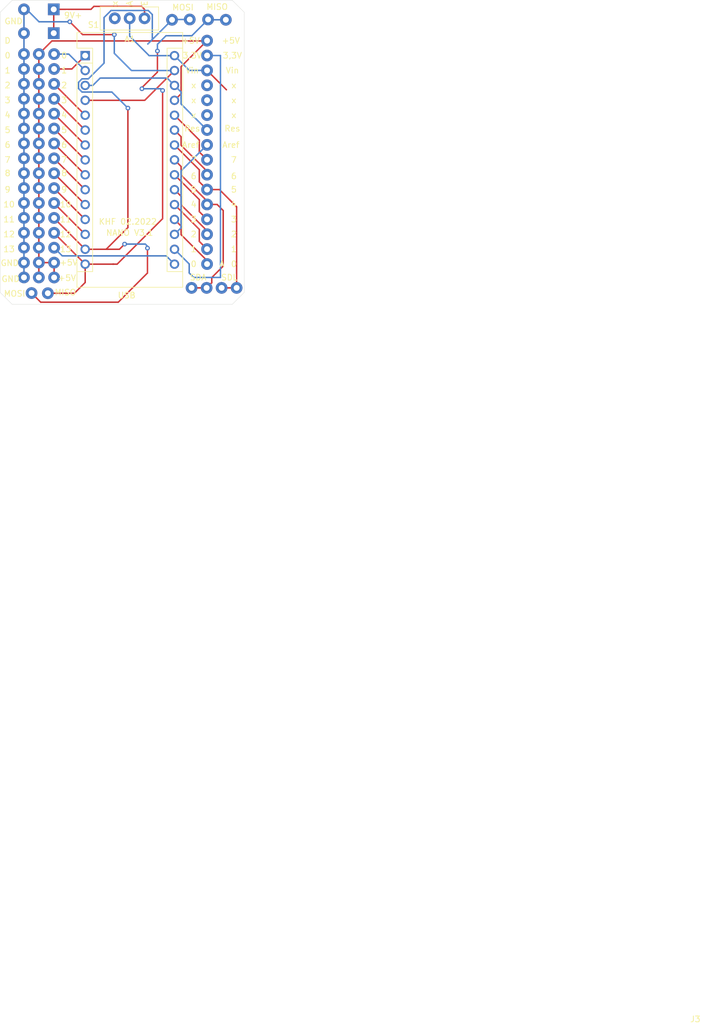
<source format=kicad_pcb>
(kicad_pcb (version 20221018) (generator pcbnew)
  (layers (0 "F.Cu" signal) (31 "B.Cu" signal) (34 "B.Paste" user) (35 "F.Paste" user) (36 "B.SilkS" user "B.Silkscreen") (37 "F.SilkS" user "F.Silkscreen") (38 "B.Mask" user) (39 "F.Mask" user) (44 "Edge.Cuts" user))
  (net 0 "")
  (net 1 "Net-(A1-Pad1)")
  (net 2 "Net-(A1-Pad17)")
  (net 3 "Net-(A1-Pad2)")
  (net 4 "Net-(A1-Pad18)")
  (net 5 "Net-(A1-Pad28)")
  (net 6 "Net-(A1-Pad19)")
  (net 7 "Net-(A1-Pad29)")
  (net 8 "Net-(A1-Pad20)")
  (net 9 "Net-(A1-Pad5)")
  (net 10 "Net-(A1-Pad21)")
  (net 11 "Net-(A1-Pad6)")
  (net 12 "Net-(A1-Pad22)")
  (net 13 "Net-(A1-Pad7)")
  (net 14 "Net-(A1-Pad23)")
  (net 15 "Net-(A1-Pad8)")
  (net 16 "Net-(A1-Pad24)")
  (net 17 "Net-(A1-Pad9)")
  (net 18 "Net-(A1-Pad25)")
  (net 19 "Net-(A1-Pad10)")
  (net 20 "Net-(A1-Pad26)")
  (net 21 "Net-(A1-Pad11)")
  (net 22 "Net-(A1-Pad27)")
  (net 23 "Net-(A1-Pad12)")
  (net 24 "Net-(A1-Pad13)")
  (net 25 "Net-(A1-Pad14)")
  (net 26 "Net-(A1-Pad30)")
  (net 27 "Net-(A1-Pad15)")
  (net 28 "Net-(A1-Pad16)")
  (net 29 "Net-(J4-Pad11)")
  (net 30 "Net-(J4-Pad12)")
  (net 31 "Net-(J4-Pad13)")
  (net 32 "Net-(S1-Pad1)")
  (net 33 "Net-(S1-Pad3)")
  (footprint "Module:Arduino_Nano" (layer "F.Cu") (at 121.951001 312.695001)
    (fp_text reference "A1" (at 7.62 -2.815001) (layer "F.SilkS"))
    (fp_text value "Arduino_Nano_v3.x")
    (fp_line (start -1.4 -3.94) (end -1.4 -1.27) (stroke (width 0.12)) (layer "F.SilkS"))
    (fp_line (start -1.4 1.27) (end -1.4 39.5) (stroke (width 0.12)) (layer "F.SilkS"))
    (fp_line (start -1.4 39.5) (end 16.64 39.5) (stroke (width 0.12)) (layer "F.SilkS"))
    (fp_line (start 1.27 -1.27) (end -1.4 -1.27) (stroke (width 0.12)) (layer "F.SilkS"))
    (fp_line (start 1.27 1.27) (end -1.4 1.27) (stroke (width 0.12)) (layer "F.SilkS"))
    (fp_line (start 1.27 1.27) (end 1.27 -1.27) (stroke (width 0.12)) (layer "F.SilkS"))
    (fp_line (start 1.27 1.27) (end 1.27 36.83) (stroke (width 0.12)) (layer "F.SilkS"))
    (fp_line (start 1.27 36.83) (end -1.4 36.83) (stroke (width 0.12)) (layer "F.SilkS"))
    (fp_line (start 13.97 -1.27) (end 13.97 36.83) (stroke (width 0.12)) (layer "F.SilkS"))
    (fp_line (start 13.97 -1.27) (end 16.64 -1.27) (stroke (width 0.12)) (layer "F.SilkS"))
    (fp_line (start 13.97 36.83) (end 16.64 36.83) (stroke (width 0.12)) (layer "F.SilkS"))
    (fp_line (start 16.64 -3.94) (end -1.4 -3.94) (stroke (width 0.12)) (layer "F.SilkS"))
    (fp_line (start 16.64 39.5) (end 16.64 -3.94) (stroke (width 0.12)) (layer "F.SilkS"))
    (pad "1" thru_hole rect (at 0 0) (size 1.6 1.6) (drill 1) (layers "*.Cu" "*.Mask") (net 1 "Net-(A1-Pad1)"))
    (pad "2" thru_hole oval (at 0 2.54) (size 1.6 1.6) (drill 1) (layers "*.Cu" "*.Mask") (net 3 "Net-(A1-Pad2)"))
    (pad "3" thru_hole oval (at 0 5.08) (size 1.6 1.6) (drill 1) (layers "*.Cu" "*.Mask") (net 5 "Net-(A1-Pad28)"))
    (pad "4" thru_hole oval (at 0 7.62) (size 1.6 1.6) (drill 1) (layers "*.Cu" "*.Mask") (net 7 "Net-(A1-Pad29)"))
    (pad "5" thru_hole oval (at 0 10.16) (size 1.6 1.6) (drill 1) (layers "*.Cu" "*.Mask") (net 9 "Net-(A1-Pad5)"))
    (pad "6" thru_hole oval (at 0 12.7) (size 1.6 1.6) (drill 1) (layers "*.Cu" "*.Mask") (net 11 "Net-(A1-Pad6)"))
    (pad "7" thru_hole oval (at 0 15.24) (size 1.6 1.6) (drill 1) (layers "*.Cu" "*.Mask") (net 13 "Net-(A1-Pad7)"))
    (pad "8" thru_hole oval (at 0 17.78) (size 1.6 1.6) (drill 1) (layers "*.Cu" "*.Mask") (net 15 "Net-(A1-Pad8)"))
    (pad "9" thru_hole oval (at 0 20.32) (size 1.6 1.6) (drill 1) (layers "*.Cu" "*.Mask") (net 17 "Net-(A1-Pad9)"))
    (pad "10" thru_hole oval (at 0 22.86) (size 1.6 1.6) (drill 1) (layers "*.Cu" "*.Mask") (net 19 "Net-(A1-Pad10)"))
    (pad "11" thru_hole oval (at 0 25.4) (size 1.6 1.6) (drill 1) (layers "*.Cu" "*.Mask") (net 21 "Net-(A1-Pad11)"))
    (pad "12" thru_hole oval (at 0 27.94) (size 1.6 1.6) (drill 1) (layers "*.Cu" "*.Mask") (net 23 "Net-(A1-Pad12)"))
    (pad "13" thru_hole oval (at 0 30.48) (size 1.6 1.6) (drill 1) (layers "*.Cu" "*.Mask") (net 24 "Net-(A1-Pad13)"))
    (pad "14" thru_hole oval (at 0 33.02) (size 1.6 1.6) (drill 1) (layers "*.Cu" "*.Mask") (net 25 "Net-(A1-Pad14)"))
    (pad "15" thru_hole oval (at 0 35.56) (size 1.6 1.6) (drill 1) (layers "*.Cu" "*.Mask") (net 27 "Net-(A1-Pad15)"))
    (pad "16" thru_hole oval (at 15.24 35.56) (size 1.6 1.6) (drill 1) (layers "*.Cu" "*.Mask") (net 28 "Net-(A1-Pad16)"))
    (pad "17" thru_hole oval (at 15.24 33.02) (size 1.6 1.6) (drill 1) (layers "*.Cu" "*.Mask") (net 2 "Net-(A1-Pad17)"))
    (pad "18" thru_hole oval (at 15.24 30.48) (size 1.6 1.6) (drill 1) (layers "*.Cu" "*.Mask") (net 4 "Net-(A1-Pad18)"))
    (pad "19" thru_hole oval (at 15.24 27.94) (size 1.6 1.6) (drill 1) (layers "*.Cu" "*.Mask") (net 6 "Net-(A1-Pad19)"))
    (pad "20" thru_hole oval (at 15.24 25.4) (size 1.6 1.6) (drill 1) (layers "*.Cu" "*.Mask") (net 8 "Net-(A1-Pad20)"))
    (pad "21" thru_hole oval (at 15.24 22.86) (size 1.6 1.6) (drill 1) (layers "*.Cu" "*.Mask") (net 10 "Net-(A1-Pad21)"))
    (pad "22" thru_hole oval (at 15.24 20.32) (size 1.6 1.6) (drill 1) (layers "*.Cu" "*.Mask") (net 12 "Net-(A1-Pad22)"))
    (pad "23" thru_hole oval (at 15.24 17.78) (size 1.6 1.6) (drill 1) (layers "*.Cu" "*.Mask") (net 14 "Net-(A1-Pad23)"))
    (pad "24" thru_hole oval (at 15.24 15.24) (size 1.6 1.6) (drill 1) (layers "*.Cu" "*.Mask") (net 16 "Net-(A1-Pad24)"))
    (pad "25" thru_hole oval (at 15.24 12.7) (size 1.6 1.6) (drill 1) (layers "*.Cu" "*.Mask") (net 18 "Net-(A1-Pad25)"))
    (pad "26" thru_hole oval (at 15.24 10.16) (size 1.6 1.6) (drill 1) (layers "*.Cu" "*.Mask") (net 20 "Net-(A1-Pad26)"))
    (pad "27" thru_hole oval (at 15.24 7.62) (size 1.6 1.6) (drill 1) (layers "*.Cu" "*.Mask") (net 22 "Net-(A1-Pad27)"))
    (pad "28" thru_hole oval (at 15.24 5.08) (size 1.6 1.6) (drill 1) (layers "*.Cu" "*.Mask") (net 5 "Net-(A1-Pad28)"))
    (pad "29" thru_hole oval (at 15.24 2.54) (size 1.6 1.6) (drill 1) (layers "*.Cu" "*.Mask") (net 7 "Net-(A1-Pad29)"))
    (pad "30" thru_hole oval (at 15.24 0) (size 1.6 1.6) (drill 1) (layers "*.Cu" "*.Mask") (net 26 "Net-(A1-Pad30)"))
  )
  (footprint "KHF_LIB:NANO_Stift_16PIN" (layer "F.Cu") (at 114.046 312.42 -90)
    (fp_text reference "J2")
    (fp_text value "NANO16PINStiftleiste")
    (pad "1" thru_hole circle (at 0 0 270) (size 2 2) (drill 1) (layers "*.Cu" "*.Mask") (net 22 "Net-(A1-Pad27)"))
    (pad "2" thru_hole circle (at 2.54 0 270) (size 2 2) (drill 1) (layers "*.Cu" "*.Mask") (net 22 "Net-(A1-Pad27)"))
    (pad "3" thru_hole circle (at 5.08 0 270) (size 2 2) (drill 1) (layers "*.Cu" "*.Mask") (net 22 "Net-(A1-Pad27)"))
    (pad "4" thru_hole circle (at 7.62 0 270) (size 2 2) (drill 1) (layers "*.Cu" "*.Mask") (net 22 "Net-(A1-Pad27)"))
    (pad "5" thru_hole circle (at 10.16 0 270) (size 2 2) (drill 1) (layers "*.Cu" "*.Mask") (net 22 "Net-(A1-Pad27)"))
    (pad "6" thru_hole circle (at 12.7 0 270) (size 2 2) (drill 1) (layers "*.Cu" "*.Mask") (net 22 "Net-(A1-Pad27)"))
    (pad "7" thru_hole circle (at 15.24 0 270) (size 2 2) (drill 1) (layers "*.Cu" "*.Mask") (net 22 "Net-(A1-Pad27)"))
    (pad "8" thru_hole circle (at 17.78 0 270) (size 2 2) (drill 1) (layers "*.Cu" "*.Mask") (net 22 "Net-(A1-Pad27)"))
    (pad "9" thru_hole circle (at 20.32 0 270) (size 2 2) (drill 1) (layers "*.Cu" "*.Mask") (net 22 "Net-(A1-Pad27)"))
    (pad "10" thru_hole circle (at 22.86 0 270) (size 2 2) (drill 1) (layers "*.Cu" "*.Mask") (net 22 "Net-(A1-Pad27)"))
    (pad "11" thru_hole circle (at 25.4 0 270) (size 2 2) (drill 1) (layers "*.Cu" "*.Mask") (net 22 "Net-(A1-Pad27)"))
    (pad "12" thru_hole circle (at 27.94 0 270) (size 2 2) (drill 1) (layers "*.Cu" "*.Mask") (net 22 "Net-(A1-Pad27)"))
    (pad "13" thru_hole circle (at 30.48 0 270) (size 2 2) (drill 1) (layers "*.Cu" "*.Mask") (net 22 "Net-(A1-Pad27)"))
    (pad "14" thru_hole circle (at 33.02 0 270) (size 2 2) (drill 1) (layers "*.Cu" "*.Mask") (net 22 "Net-(A1-Pad27)"))
    (pad "15" thru_hole circle (at 35.56 0 270) (size 2 2) (drill 1) (layers "*.Cu" "*.Mask") (net 22 "Net-(A1-Pad27)"))
    (pad "16" thru_hole circle (at 38.1 0 270) (size 2 2) (drill 1) (layers "*.Cu" "*.Mask") (net 22 "Net-(A1-Pad27)"))
  )
  (footprint "KHF_LIB:NANO_Stift_16PIN" (layer "F.Cu") (at 116.65 312.43 -90)
    (fp_text reference "J3")
    (fp_text value "NANO16PINStiftleiste")
    (pad "1" thru_hole circle (at 0 0 270) (size 2 2) (drill 1) (layers "*.Cu" "*.Mask") (net 3 "Net-(A1-Pad2)"))
    (pad "2" thru_hole circle (at 2.54 0 270) (size 2 2) (drill 1) (layers "*.Cu" "*.Mask") (net 1 "Net-(A1-Pad1)"))
    (pad "3" thru_hole circle (at 5.08 0 270) (size 2 2) (drill 1) (layers "*.Cu" "*.Mask") (net 9 "Net-(A1-Pad5)"))
    (pad "4" thru_hole circle (at 7.62 0 270) (size 2 2) (drill 1) (layers "*.Cu" "*.Mask") (net 11 "Net-(A1-Pad6)"))
    (pad "5" thru_hole circle (at 10.16 0 270) (size 2 2) (drill 1) (layers "*.Cu" "*.Mask") (net 13 "Net-(A1-Pad7)"))
    (pad "6" thru_hole circle (at 12.7 0 270) (size 2 2) (drill 1) (layers "*.Cu" "*.Mask") (net 15 "Net-(A1-Pad8)"))
    (pad "7" thru_hole circle (at 15.24 0 270) (size 2 2) (drill 1) (layers "*.Cu" "*.Mask") (net 17 "Net-(A1-Pad9)"))
    (pad "8" thru_hole circle (at 17.78 0 270) (size 2 2) (drill 1) (layers "*.Cu" "*.Mask") (net 19 "Net-(A1-Pad10)"))
    (pad "9" thru_hole circle (at 20.32 0 270) (size 2 2) (drill 1) (layers "*.Cu" "*.Mask") (net 21 "Net-(A1-Pad11)"))
    (pad "10" thru_hole circle (at 22.86 0 270) (size 2 2) (drill 1) (layers "*.Cu" "*.Mask") (net 23 "Net-(A1-Pad12)"))
    (pad "11" thru_hole circle (at 25.4 0 270) (size 2 2) (drill 1) (layers "*.Cu" "*.Mask") (net 24 "Net-(A1-Pad13)"))
    (pad "12" thru_hole circle (at 27.94 0 270) (size 2 2) (drill 1) (layers "*.Cu" "*.Mask") (net 25 "Net-(A1-Pad14)"))
    (pad "13" thru_hole circle (at 30.48 0 270) (size 2 2) (drill 1) (layers "*.Cu" "*.Mask") (net 27 "Net-(A1-Pad15)"))
    (pad "14" thru_hole circle (at 33.02 0 270) (size 2 2) (drill 1) (layers "*.Cu" "*.Mask") (net 28 "Net-(A1-Pad16)"))
    (pad "15" thru_hole circle (at 35.56 0 270) (size 2 2) (drill 1) (layers "*.Cu" "*.Mask") (net 22 "Net-(A1-Pad27)"))
    (pad "16" thru_hole circle (at 38.1 0 270) (size 2 2) (drill 1) (layers "*.Cu" "*.Mask") (net 22 "Net-(A1-Pad27)"))
  )
  (footprint "KHF_LIB:NANO_Stift_16PIN" (layer "F.Cu") (at 142.748 348.234 90)
    (fp_text reference "J4")
    (fp_text value "NANO16PINStiftleiste")
    (pad "1" thru_hole circle (at 0 0 90) (size 2 2) (drill 1) (layers "*.Cu" "*.Mask") (net 6 "Net-(A1-Pad19)"))
    (pad "2" thru_hole circle (at 2.54 0 90) (size 2 2) (drill 1) (layers "*.Cu" "*.Mask") (net 8 "Net-(A1-Pad20)"))
    (pad "3" thru_hole circle (at 5.08 0 90) (size 2 2) (drill 1) (layers "*.Cu" "*.Mask") (net 10 "Net-(A1-Pad21)"))
    (pad "4" thru_hole circle (at 7.62 0 90) (size 2 2) (drill 1) (layers "*.Cu" "*.Mask") (net 12 "Net-(A1-Pad22)"))
    (pad "5" thru_hole circle (at 10.16 0 90) (size 2 2) (drill 1) (layers "*.Cu" "*.Mask") (net 14 "Net-(A1-Pad23)"))
    (pad "6" thru_hole circle (at 12.7 0 90) (size 2 2) (drill 1) (layers "*.Cu" "*.Mask") (net 16 "Net-(A1-Pad24)"))
    (pad "7" thru_hole circle (at 15.24 0 90) (size 2 2) (drill 1) (layers "*.Cu" "*.Mask") (net 18 "Net-(A1-Pad25)"))
    (pad "8" thru_hole circle (at 17.78 0 90) (size 2 2) (drill 1) (layers "*.Cu" "*.Mask") (net 20 "Net-(A1-Pad26)"))
    (pad "9" thru_hole circle (at 20.32 0 90) (size 2 2) (drill 1) (layers "*.Cu" "*.Mask") (net 4 "Net-(A1-Pad18)"))
    (pad "10" thru_hole circle (at 22.86 0 90) (size 2 2) (drill 1) (layers "*.Cu" "*.Mask") (net 5 "Net-(A1-Pad28)"))
    (pad "11" thru_hole circle (at 25.4 0 90) (size 2 2) (drill 1) (layers "*.Cu" "*.Mask") (net 29 "Net-(J4-Pad11)"))
    (pad "12" thru_hole circle (at 27.94 0 90) (size 2 2) (drill 1) (layers "*.Cu" "*.Mask") (net 30 "Net-(J4-Pad12)"))
    (pad "13" thru_hole circle (at 30.48 0 90) (size 2 2) (drill 1) (layers "*.Cu" "*.Mask") (net 31 "Net-(J4-Pad13)"))
    (pad "14" thru_hole circle (at 33.02 0 90) (size 2 2) (drill 1) (layers "*.Cu" "*.Mask") (net 26 "Net-(A1-Pad30)"))
    (pad "15" thru_hole circle (at 35.56 0 90) (size 2 2) (drill 1) (layers "*.Cu" "*.Mask") (net 2 "Net-(A1-Pad17)"))
    (pad "16" thru_hole circle (at 38.1 0 90) (size 2 2) (drill 1) (layers "*.Cu" "*.Mask") (net 22 "Net-(A1-Pad27)"))
  )
  (footprint "KHF_LIB:Micro_SchalterKHF" (layer "F.Cu") (at 132.08 306.324 180)
    (fp_text reference "S1" (at 8.7 -1.116) (layer "F.SilkS"))
    (fp_text value "Micro_Schalter")
    (fp_line (start -2.3876 -2.0066) (end 7.5692 -2.0066) (stroke (width 0.12)) (layer "F.SilkS"))
    (fp_line (start -2.3876 1.9304) (end -2.413 -2.0066) (stroke (width 0.12)) (layer "F.SilkS"))
    (fp_line (start 7.5692 -2.0066) (end 7.5692 1.9304) (stroke (width 0.12)) (layer "F.SilkS"))
    (fp_line (start 7.5692 1.9304) (end -2.3876 1.9304) (stroke (width 0.12)) (layer "F.SilkS"))
    (pad "1" thru_hole circle (at 0 0 180) (size 2 2) (drill 1) (layers "*.Cu" "*.Mask") (net 32 "Net-(S1-Pad1)"))
    (pad "2" thru_hole circle (at 2.54 0 180) (size 2 2) (drill 1) (layers "*.Cu" "*.Mask") (net 26 "Net-(A1-Pad30)"))
    (pad "3" thru_hole circle (at 5.08 0 180) (size 2 2) (drill 1) (layers "*.Cu" "*.Mask") (net 33 "Net-(S1-Pad3)"))
  )
  (footprint "KHF_LIB:9VBAT_khf" (layer "F.Cu") (at 111.506 304.8)
    (fp_text reference "GND" (at -1.778 2.032) (layer "F.SilkS"))
    (fp_text value "9VBat")
    (pad "1" thru_hole circle (at 0 0) (size 2 2) (drill 1) (layers "*.Cu" "*.Mask") (net 7 "Net-(A1-Pad29)"))
    (pad "2" thru_hole rect (at 5.08 0) (size 2 2) (drill 1) (layers "*.Cu" "*.Mask") (net 32 "Net-(S1-Pad1)"))
  )
  (footprint "KHF_LIB:NANO_Stift_16PIN" (layer "F.Cu") (at 111.506 350.52 90)
    (fp_text reference "J1")
    (fp_text value "NANO16PINStiftleiste")
    (pad "1" thru_hole circle (at 0 0 90) (size 2 2) (drill 1) (layers "*.Cu" "*.Mask") (net 7 "Net-(A1-Pad29)"))
    (pad "2" thru_hole circle (at 2.54 0 90) (size 2 2) (drill 1) (layers "*.Cu" "*.Mask") (net 7 "Net-(A1-Pad29)"))
    (pad "3" thru_hole circle (at 5.08 0 90) (size 2 2) (drill 1) (layers "*.Cu" "*.Mask") (net 7 "Net-(A1-Pad29)"))
    (pad "4" thru_hole circle (at 7.62 0 90) (size 2 2) (drill 1) (layers "*.Cu" "*.Mask") (net 7 "Net-(A1-Pad29)"))
    (pad "5" thru_hole circle (at 10.16 0 90) (size 2 2) (drill 1) (layers "*.Cu" "*.Mask") (net 7 "Net-(A1-Pad29)"))
    (pad "6" thru_hole circle (at 12.7 0 90) (size 2 2) (drill 1) (layers "*.Cu" "*.Mask") (net 7 "Net-(A1-Pad29)"))
    (pad "7" thru_hole circle (at 15.24 0 90) (size 2 2) (drill 1) (layers "*.Cu" "*.Mask") (net 7 "Net-(A1-Pad29)"))
    (pad "8" thru_hole circle (at 17.78 0 90) (size 2 2) (drill 1) (layers "*.Cu" "*.Mask") (net 7 "Net-(A1-Pad29)"))
    (pad "9" thru_hole circle (at 20.32 0 90) (size 2 2) (drill 1) (layers "*.Cu" "*.Mask") (net 7 "Net-(A1-Pad29)"))
    (pad "10" thru_hole circle (at 22.86 0 90) (size 2 2) (drill 1) (layers "*.Cu" "*.Mask") (net 7 "Net-(A1-Pad29)"))
    (pad "11" thru_hole circle (at 25.4 0 90) (size 2 2) (drill 1) (layers "*.Cu" "*.Mask") (net 7 "Net-(A1-Pad29)"))
    (pad "12" thru_hole circle (at 27.94 0 90) (size 2 2) (drill 1) (layers "*.Cu" "*.Mask") (net 7 "Net-(A1-Pad29)"))
    (pad "13" thru_hole circle (at 30.48 0 90) (size 2 2) (drill 1) (layers "*.Cu" "*.Mask") (net 7 "Net-(A1-Pad29)"))
    (pad "14" thru_hole circle (at 33.02 0 90) (size 2 2) (drill 1) (layers "*.Cu" "*.Mask") (net 7 "Net-(A1-Pad29)"))
    (pad "15" thru_hole circle (at 35.56 0 90) (size 2 2) (drill 1) (layers "*.Cu" "*.Mask") (net 7 "Net-(A1-Pad29)"))
    (pad "16" thru_hole circle (at 38.1 0 90) (size 2 2) (drill 1) (layers "*.Cu" "*.Mask") (net 7 "Net-(A1-Pad29)"))
  )
  (footprint "KHF_LIB:9VBAT_khf" (layer "F.Cu") (at 111.506 308.864)
    (fp_text reference "GND")
    (fp_text value "9VBat")
    (pad "1" thru_hole circle (at 0 0) (size 2 2) (drill 1) (layers "*.Cu" "*.Mask") (net 7 "Net-(A1-Pad29)"))
    (pad "2" thru_hole rect (at 5.08 0) (size 2 2) (drill 1) (layers "*.Cu" "*.Mask") (net 32 "Net-(S1-Pad1)"))
  )
  (footprint "!Goody:LP" (layer "F.Cu") (at 137.31 305.93)
    (fp_text reference "MOSI" (at 1.33 -1.46) (layer "F.SilkS"))
    (fp_text value "LP")
    (pad "1" thru_hole circle (at -0.54 0.65) (size 2 2) (drill 1) (layers "*.Cu" "*.Mask") (net 25 "Net-(A1-Pad14)"))
  )
  (footprint "!Goody:LP" (layer "F.Cu") (at 145.77 351.648)
    (fp_text reference "SDL" (at 0.788 -1.128) (layer "F.SilkS"))
    (fp_text value "LP")
    (pad "1" thru_hole circle (at -0.54 0.65) (size 2 2) (drill 1) (layers "*.Cu" "*.Mask") (net 16 "Net-(A1-Pad24)"))
  )
  (footprint "!Goody:LP" (layer "F.Cu") (at 116.12 352.56)
    (fp_text reference "MISO" (at 2.45 0.51) (layer "F.SilkS"))
    (fp_text value "LP")
    (pad "1" thru_hole circle (at -0.54 0.65) (size 2 2) (drill 1) (layers "*.Cu" "*.Mask") (net 27 "Net-(A1-Pad15)"))
  )
  (footprint "!Goody:LP" (layer "F.Cu") (at 148.33 351.648)
    (fp_text reference "SDA")
    (fp_text value "LP")
    (pad "1" thru_hole circle (at -0.54 0.65) (size 2 2) (drill 1) (layers "*.Cu" "*.Mask") (net 16 "Net-(A1-Pad24)"))
  )
  (footprint "!Goody:LP" (layer "F.Cu") (at 140.64 351.648)
    (fp_text reference "SDA" (at 0.584 -1.128) (layer "F.SilkS"))
    (fp_text value "LP")
    (pad "1" thru_hole circle (at -0.54 0.65) (size 2 2) (drill 1) (layers "*.Cu" "*.Mask") (net 14 "Net-(A1-Pad23)"))
  )
  (footprint "!Goody:LP" (layer "F.Cu") (at 143.21 351.648)
    (fp_text reference "SDA")
    (fp_text value "LP")
    (pad "1" thru_hole circle (at -0.54 0.65) (size 2 2) (drill 1) (layers "*.Cu" "*.Mask") (net 14 "Net-(A1-Pad23)"))
  )
  (footprint "!Goody:LP" (layer "F.Cu") (at 113.34 352.53)
    (fp_text reference "MOSI" (at -3.43 0.75) (layer "F.SilkS"))
    (fp_text value "LP")
    (pad "1" thru_hole circle (at -0.54 0.65) (size 2 2) (drill 1) (layers "*.Cu" "*.Mask") (net 25 "Net-(A1-Pad14)"))
  )
  (footprint "" (layer "F.Cu") (at 112.268 348.488)
    (fp_text reference "" (at 114.046 123.444) (layer "F.SilkS") (effects (font (size 1.27 1.27))))
    (fp_text value "" (at 114.046 123.444) (layer "F.SilkS") (effects (font (size 1.27 1.27))))
    (fp_text user "J3" (at 113.792 128.524 -180) (layer "F.SilkS"))
  )
  (footprint "!Goody:LP" (layer "F.Cu") (at 146.49 305.93)
    (fp_text reference "LP")
    (fp_text value "LP")
    (pad "1" thru_hole circle (at -0.54 0.65) (size 2 2) (drill 1) (layers "*.Cu" "*.Mask") (net 27 "Net-(A1-Pad15)"))
  )
  (footprint "!Goody:LP" (layer "F.Cu") (at 143.46 305.88)
    (fp_text reference "LP")
    (fp_text value "LP")
    (pad "1" thru_hole circle (at -0.54 0.65) (size 2 2) (drill 1) (layers "*.Cu" "*.Mask") (net 27 "Net-(A1-Pad15)"))
  )
  (footprint "!Goody:LP" (layer "F.Cu") (at 140.33 305.88)
    (fp_text reference "MISO" (at 4.14 -1.5) (layer "F.SilkS"))
    (fp_text value "LP")
    (pad "1" thru_hole circle (at -0.54 0.65) (size 2 2) (drill 1) (layers "*.Cu" "*.Mask") (net 25 "Net-(A1-Pad14)"))
  )
  (gr_line (start 107.442 353.06) (end 107.442 305.308) (stroke (width 0.05)) (layer "Edge.Cuts"))
  (gr_line (start 147.066 355.092) (end 149.098 353.06) (stroke (width 0.05)) (layer "Edge.Cuts"))
  (gr_line (start 147.066 355.092) (end 109.474 355.092) (stroke (width 0.05)) (layer "Edge.Cuts"))
  (gr_line (start 107.442 305.308) (end 109.474 303.276) (stroke (width 0.05)) (layer "Edge.Cuts"))
  (gr_line (start 107.442 353.06) (end 109.474 355.092) (stroke (width 0.05)) (layer "Edge.Cuts"))
  (gr_line (start 149.098 305.308) (end 147.066 303.276) (stroke (width 0.05)) (layer "Edge.Cuts"))
  (gr_line (start 149.098 305.308) (end 149.098 353.06) (stroke (width 0.05)) (layer "Edge.Cuts"))
  (gr_line (start 109.474 303.276) (end 147.066 303.276) (stroke (width 0.05)) (layer "Edge.Cuts"))
  (gr_text "11" (at 118.618 340.614) (layer "F.SilkS") (effects (font (size 1 1))))
  (gr_text "4" (at 118.364 322.834) (layer "F.SilkS") (effects (font (size 1 1))))
  (gr_text "1" (at 118.364 315.214) (layer "F.SilkS") (effects (font (size 1 1))))
  (gr_text "8" (at 118.364 332.74) (layer "F.SilkS") (effects (font (size 1 1))))
  (gr_text "13" (at 118.618 345.694) (layer "F.SilkS") (effects (font (size 1 1))))
  (gr_text "12" (at 118.618 343.154) (layer "F.SilkS") (effects (font (size 1 1))))
  (gr_text "6" (at 118.364 327.914) (layer "F.SilkS") (effects (font (size 1 1))))
  (gr_text "5" (at 118.364 325.374) (layer "F.SilkS") (effects (font (size 1 1))))
  (gr_text "3" (at 118.364 320.294) (layer "F.SilkS") (effects (font (size 1 1))))
  (gr_text "0" (at 118.364 312.674) (layer "F.SilkS") (effects (font (size 1 1))))
  (gr_text "10" (at 118.618 338.074) (layer "F.SilkS") (effects (font (size 1 1))))
  (gr_text "9" (at 118.364 335.534) (layer "F.SilkS") (effects (font (size 1 1))))
  (gr_text "2" (at 118.364 317.754) (layer "F.SilkS") (effects (font (size 1 1))))
  (gr_text "+5V" (at 118.85 350.61) (layer "F.SilkS") (effects (font (size 1 1))))
  (gr_text "7" (at 118.364 330.454) (layer "F.SilkS") (effects (font (size 1 1))))
  (gr_text "GND" (at 109.07 348.06) (layer "F.SilkS") (effects (font (size 1 1))))
  (gr_text "7" (at 147.32 330.454) (layer "F.SilkS") (effects (font (size 1 1))))
  (gr_text "x" (at 147.32 320.294) (layer "F.SilkS") (effects (font (size 1 1))))
  (gr_text "Res" (at 147.066 325.12) (layer "F.SilkS") (effects (font (size 1 1))))
  (gr_text "Vin" (at 147.066 315.214) (layer "F.SilkS") (effects (font (size 1 1))))
  (gr_text "3,3V" (at 147.066 312.674) (layer "F.SilkS") (effects (font (size 1 1))))
  (gr_text "0" (at 147.32 348.234) (layer "F.SilkS") (effects (font (size 1 1))))
  (gr_text "1" (at 147.32 345.694) (layer "F.SilkS") (effects (font (size 1 1))))
  (gr_text "2" (at 147.32 343.154) (layer "F.SilkS") (effects (font (size 1 1))))
  (gr_text "6" (at 147.32 333.248) (layer "F.SilkS") (effects (font (size 1 1))))
  (gr_text "Aref" (at 146.812 327.914) (layer "F.SilkS") (effects (font (size 1 1))))
  (gr_text "x" (at 147.32 317.754) (layer "F.SilkS") (effects (font (size 1 1))))
  (gr_text "5" (at 147.32 335.534) (layer "F.SilkS") (effects (font (size 1 1))))
  (gr_text "x" (at 147.32 322.834) (layer "F.SilkS") (effects (font (size 1 1))))
  (gr_text "4" (at 147.32 338.074) (layer "F.SilkS") (effects (font (size 1 1))))
  (gr_text "+5V" (at 146.812 310.134) (layer "F.SilkS") (effects (font (size 1 1))))
  (gr_text "3" (at 147.32 340.614) (layer "F.SilkS") (effects (font (size 1 1))))
  (gr_text "A" (at 145.288 348.234) (layer "F.SilkS") (effects (font (size 1 1))))
  (gr_text "USB" (at 129.032 353.568) (layer "F.SilkS") (effects (font (size 1 1))))
  (gr_text "2" (at 140.462 343.154) (layer "F.SilkS") (effects (font (size 1 1))))
  (gr_text "Res" (at 140.208 325.12) (layer "F.SilkS") (effects (font (size 1 1))))
  (gr_text "6" (at 108.712 327.914) (layer "F.SilkS") (effects (font (size 1 1))))
  (gr_text "2" (at 108.712 317.754) (layer "F.SilkS") (effects (font (size 1 1))))
  (gr_text "0" (at 108.712 312.674) (layer "F.SilkS") (effects (font (size 1 1))))
  (gr_text "x" (at 140.462 317.754) (layer "F.SilkS") (effects (font (size 1 1))))
  (gr_text "4" (at 108.712 322.834) (layer "F.SilkS") (effects (font (size 1 1))))
  (gr_text "x" (at 140.462 320.294) (layer "F.SilkS") (effects (font (size 1 1))))
  (gr_text "KHF 02.2022" (at 129.22 341.01) (layer "F.SilkS") (effects (font (size 1 1))))
  (gr_text "9" (at 108.712 335.534) (layer "F.SilkS") (effects (font (size 1 1))))
  (gr_text "3" (at 108.712 320.294) (layer "F.SilkS") (effects (font (size 1 1))))
  (gr_text "6" (at 140.462 333.248) (layer "F.SilkS") (effects (font (size 1 1))))
  (gr_text "+5V" (at 139.954 310.134) (layer "F.SilkS") (effects (font (size 1 1))))
  (gr_text "3,3V" (at 140.208 312.674) (layer "F.SilkS") (effects (font (size 1 1))))
  (gr_text "4" (at 140.462 338.074) (layer "F.SilkS") (effects (font (size 1 1))))
  (gr_text "x" (at 140.462 322.834) (layer "F.SilkS") (effects (font (size 1 1))))
  (gr_text "0" (at 140.462 348.234) (layer "F.SilkS") (effects (font (size 1 1))))
  (gr_text "10" (at 108.966 338.074) (layer "F.SilkS") (effects (font (size 1 1))))
  (gr_text "E" (at 132.08 303.784 90) (layer "F.SilkS") (effects (font (size 1 1))))
  (gr_text "5" (at 140.462 335.534) (layer "F.SilkS") (effects (font (size 1 1))))
  (gr_text "A" (at 129.54 303.784 90) (layer "F.SilkS") (effects (font (size 1 1))))
  (gr_text "1" (at 108.712 315.214) (layer "F.SilkS") (effects (font (size 1 1))))
  (gr_text "11" (at 108.966 340.614) (layer "F.SilkS") (effects (font (size 1 1))))
  (gr_text "7" (at 140.462 330.454) (layer "F.SilkS") (effects (font (size 1 1))))
  (gr_text "8" (at 108.712 332.74) (layer "F.SilkS") (effects (font (size 1 1))))
  (gr_text "9V+" (at 119.888 305.816) (layer "F.SilkS") (effects (font (size 1 1))))
  (gr_text "13" (at 108.966 345.694) (layer "F.SilkS") (effects (font (size 1 1))))
  (gr_text "x" (at 127 303.784 90) (layer "F.SilkS") (effects (font (size 1 1))))
  (gr_text "1" (at 140.462 345.694) (layer "F.SilkS") (effects (font (size 1 1))))
  (gr_text "Vin" (at 140.208 315.214) (layer "F.SilkS") (effects (font (size 1 1))))
  (gr_text "7" (at 108.712 330.454) (layer "F.SilkS") (effects (font (size 1 1))))
  (gr_text "Aref" (at 139.954 327.914) (layer "F.SilkS") (effects (font (size 1 1))))
  (gr_text "5" (at 108.712 325.374) (layer "F.SilkS") (effects (font (size 1 1))))
  (gr_text "3" (at 140.462 340.614) (layer "F.SilkS") (effects (font (size 1 1))))
  (gr_text "12" (at 108.966 343.154) (layer "F.SilkS") (effects (font (size 1 1))))
  (gr_text "D" (at 108.712 310.134) (layer "F.SilkS") (effects (font (size 1 1))))
  (gr_text "GND" (at 109.22 350.774) (layer "F.SilkS") (effects (font (size 1 1))))
  (gr_text "NANO V3.1" (at 129.54 342.9) (layer "F.SilkS") (effects (font (size 1 1))))
  (gr_text "+5V" (at 119.126 347.98) (layer "F.SilkS") (effects (font (size 1 1))))
  (segment (start 119.676002 314.97) (end 121.951001 312.695001) (width 0.25) (layer "F.Cu") (net 1))
  (segment (start 116.65 314.97) (end 119.676002 314.97) (width 0.25) (layer "F.Cu") (net 1))
  (segment (start 140.462 350.52) (end 139.7 349.758) (width 0.25) (layer "B.Cu") (net 2))
  (segment (start 145.034 312.674) (end 145.034 350.52) (width 0.25) (layer "B.Cu") (net 2))
  (segment (start 139.7 348.224) (end 137.191001 345.715001) (width 0.25) (layer "B.Cu") (net 2))
  (segment (start 145.034 350.52) (end 140.462 350.52) (width 0.25) (layer "B.Cu") (net 2))
  (segment (start 142.748 312.674) (end 145.034 312.674) (width 0.25) (layer "B.Cu") (net 2))
  (segment (start 139.7 349.758) (end 139.7 348.224) (width 0.25) (layer "B.Cu") (net 2))
  (segment (start 119.146 312.43) (end 121.951001 315.235001) (width 0.25) (layer "B.Cu") (net 3))
  (segment (start 116.65 312.43) (end 119.146 312.43) (width 0.25) (layer "B.Cu") (net 3))
  (segment (start 137.191001 343.175001) (end 138.316002 342.05) (width 0.25) (layer "B.Cu") (net 4))
  (segment (start 138.316002 332.345998) (end 142.748 327.914) (width 0.25) (layer "B.Cu") (net 4))
  (segment (start 138.316002 342.05) (end 138.316002 332.345998) (width 0.25) (layer "B.Cu") (net 4))
  (segment (start 138.316002 318.900002) (end 137.191001 317.775001) (width 0.25) (layer "B.Cu") (net 5))
  (segment (start 138.316002 320.942002) (end 138.316002 318.900002) (width 0.25) (layer "B.Cu") (net 5))
  (segment (start 123.254999 317.775001) (end 124.51 316.52) (width 0.25) (layer "B.Cu") (net 5))
  (segment (start 121.951001 317.775001) (end 123.254999 317.775001) (width 0.25) (layer "B.Cu") (net 5))
  (segment (start 142.748 325.374) (end 138.316002 320.942002) (width 0.25) (layer "B.Cu") (net 5))
  (segment (start 135.936 316.52) (end 137.191001 317.775001) (width 0.25) (layer "B.Cu") (net 5))
  (segment (start 124.51 316.52) (end 135.936 316.52) (width 0.25) (layer "B.Cu") (net 5))
  (segment (start 142.748 347.655002) (end 138.316002 343.223004) (width 0.25) (layer "F.Cu") (net 6))
  (segment (start 138.316002 343.223004) (end 138.316002 341.760002) (width 0.25) (layer "F.Cu") (net 6))
  (segment (start 142.748 348.234) (end 142.748 347.655002) (width 0.25) (layer "F.Cu") (net 6))
  (segment (start 138.316002 341.760002) (end 137.191001 340.635001) (width 0.25) (layer "F.Cu") (net 6))
  (segment (start 121.951001 320.315001) (end 132.111001 320.315001) (width 0.25) (layer "F.Cu") (net 7))
  (segment (start 132.111001 320.315001) (end 137.191001 315.235001) (width 0.25) (layer "F.Cu") (net 7))
  (segment (start 121.51 309.11) (end 119.32 306.92) (width 0.25) (layer "F.Cu") (net 7))
  (segment (start 126.92 309.11) (end 121.51 309.11) (width 0.25) (layer "F.Cu") (net 7))
  (via (at 126.92 309.11) (size 0.8) (drill 0.4) (layers "F.Cu" "B.Cu") (net 7))
  (via (at 119.32 306.92) (size 0.8) (drill 0.4) (layers "F.Cu" "B.Cu") (net 7))
  (segment (start 111.506 337.82) (end 111.506 340.36) (width 0.25) (layer "B.Cu") (net 7))
  (segment (start 111.95 304.8) (end 111.506 304.8) (width 0.25) (layer "B.Cu") (net 7))
  (segment (start 111.506 308.864) (end 111.506 312.42) (width 0.25) (layer "B.Cu") (net 7))
  (segment (start 114.07 306.92) (end 111.95 304.8) (width 0.25) (layer "B.Cu") (net 7))
  (segment (start 111.506 320.04) (end 111.506 322.58) (width 0.25) (layer "B.Cu") (net 7))
  (segment (start 111.506 332.74) (end 111.506 335.28) (width 0.25) (layer "B.Cu") (net 7))
  (segment (start 111.506 304.8) (end 111.506 308.864) (width 0.25) (layer "B.Cu") (net 7))
  (segment (start 111.506 325.12) (end 111.506 327.66) (width 0.25) (layer "B.Cu") (net 7))
  (segment (start 111.506 342.9) (end 111.506 345.44) (width 0.25) (layer "B.Cu") (net 7))
  (segment (start 111.506 322.58) (end 111.506 325.12) (width 0.25) (layer "B.Cu") (net 7))
  (segment (start 119.32 306.92) (end 114.07 306.92) (width 0.25) (layer "B.Cu") (net 7))
  (segment (start 129.855001 315.235001) (end 126.92 312.3) (width 0.25) (layer "B.Cu") (net 7))
  (segment (start 111.506 314.96) (end 111.506 317.5) (width 0.25) (layer "B.Cu") (net 7))
  (segment (start 111.506 330.2) (end 111.506 332.74) (width 0.25) (layer "B.Cu") (net 7))
  (segment (start 137.191001 315.235001) (end 129.855001 315.235001) (width 0.25) (layer "B.Cu") (net 7))
  (segment (start 111.506 347.98) (end 111.506 350.52) (width 0.25) (layer "B.Cu") (net 7))
  (segment (start 111.506 317.5) (end 111.506 320.04) (width 0.25) (layer "B.Cu") (net 7))
  (segment (start 111.506 345.44) (end 111.506 347.98) (width 0.25) (layer "B.Cu") (net 7))
  (segment (start 111.506 312.42) (end 111.506 314.96) (width 0.25) (layer "B.Cu") (net 7))
  (segment (start 111.506 340.36) (end 111.506 342.9) (width 0.25) (layer "B.Cu") (net 7))
  (segment (start 111.506 335.28) (end 111.506 337.82) (width 0.25) (layer "B.Cu") (net 7))
  (segment (start 111.506 327.66) (end 111.506 330.2) (width 0.25) (layer "B.Cu") (net 7))
  (segment (start 126.92 312.3) (end 126.92 309.11) (width 0.25) (layer "B.Cu") (net 7))
  (segment (start 141.422999 342.326999) (end 137.191001 338.095001) (width 0.25) (layer "F.Cu") (net 8))
  (segment (start 141.422999 344.368999) (end 141.422999 342.326999) (width 0.25) (layer "F.Cu") (net 8))
  (segment (start 142.748 345.694) (end 141.422999 344.368999) (width 0.25) (layer "F.Cu") (net 8))
  (segment (start 121.951001 322.855001) (end 116.65 317.554) (width 0.25) (layer "F.Cu") (net 9))
  (segment (start 116.65 317.554) (end 116.65 317.51) (width 0.25) (layer "F.Cu") (net 9))
  (segment (start 138.316002 336.680002) (end 137.191001 335.555001) (width 0.25) (layer "F.Cu") (net 10))
  (segment (start 138.316002 338.143004) (end 138.316002 336.680002) (width 0.25) (layer "F.Cu") (net 10))
  (segment (start 142.748 343.154) (end 142.748 342.575002) (width 0.25) (layer "F.Cu") (net 10))
  (segment (start 142.748 342.575002) (end 138.316002 338.143004) (width 0.25) (layer "F.Cu") (net 10))
  (segment (start 116.65 320.094) (end 116.65 320.05) (width 0.25) (layer "F.Cu") (net 11))
  (segment (start 121.951001 325.395001) (end 116.65 320.094) (width 0.25) (layer "F.Cu") (net 11))
  (segment (start 142.748 340.614) (end 141.422999 339.288999) (width 0.25) (layer "F.Cu") (net 12))
  (segment (start 141.422999 337.246999) (end 137.191001 333.015001) (width 0.25) (layer "F.Cu") (net 12))
  (segment (start 141.422999 339.288999) (end 141.422999 337.246999) (width 0.25) (layer "F.Cu") (net 12))
  (segment (start 116.65 322.634) (end 116.65 322.59) (width 0.25) (layer "F.Cu") (net 13))
  (segment (start 121.951001 327.935001) (end 116.65 322.634) (width 0.25) (layer "F.Cu") (net 13))
  (segment (start 142.67 352.298) (end 140.1 352.298) (width 0.25) (layer "F.Cu") (net 14))
  (segment (start 142.748 337.495002) (end 138.316002 333.063004) (width 0.25) (layer "F.Cu") (net 14))
  (segment (start 145.5 339.11) (end 145.5 348.59) (width 0.25) (layer "F.Cu") (net 14))
  (segment (start 143.55 350.54) (end 143.55 351.418) (width 0.25) (layer "F.Cu") (net 14))
  (segment (start 142.748 338.074) (end 144.464 338.074) (width 0.25) (layer "F.Cu") (net 14))
  (segment (start 144.464 338.074) (end 145.5 339.11) (width 0.25) (layer "F.Cu") (net 14))
  (segment (start 142.748 338.074) (end 142.748 337.495002) (width 0.25) (layer "F.Cu") (net 14))
  (segment (start 138.316002 333.063004) (end 138.316002 331.600002) (width 0.25) (layer "F.Cu") (net 14))
  (segment (start 138.316002 331.600002) (end 137.191001 330.475001) (width 0.25) (layer "F.Cu") (net 14))
  (segment (start 143.55 351.418) (end 142.67 352.298) (width 0.25) (layer "F.Cu") (net 14))
  (segment (start 145.5 348.59) (end 143.55 350.54) (width 0.25) (layer "F.Cu") (net 14))
  (segment (start 116.65 325.174) (end 116.65 325.13) (width 0.25) (layer "F.Cu") (net 15))
  (segment (start 121.951001 330.475001) (end 116.65 325.174) (width 0.25) (layer "F.Cu") (net 15))
  (segment (start 141.422999 332.166999) (end 137.191001 327.935001) (width 0.25) (layer "F.Cu") (net 16))
  (segment (start 146.595 337.275) (end 146.96 337.64) (width 0.25) (layer "F.Cu") (net 16))
  (segment (start 145.23 352.298) (end 147.79 352.298) (width 0.25) (layer "F.Cu") (net 16))
  (segment (start 142.748 335.534) (end 141.422999 334.208999) (width 0.25) (layer "F.Cu") (net 16))
  (segment (start 147.79 338.47) (end 146.595 337.275) (width 0.25) (layer "F.Cu") (net 16))
  (segment (start 147.79 352.298) (end 147.79 338.47) (width 0.25) (layer "F.Cu") (net 16))
  (segment (start 141.422999 334.208999) (end 141.422999 332.166999) (width 0.25) (layer "F.Cu") (net 16))
  (segment (start 142.748 335.534) (end 144.854 335.534) (width 0.25) (layer "F.Cu") (net 16))
  (segment (start 144.854 335.534) (end 146.595 337.275) (width 0.25) (layer "F.Cu") (net 16))
  (segment (start 121.951001 333.015001) (end 116.65 327.714) (width 0.25) (layer "F.Cu") (net 17))
  (segment (start 116.65 327.714) (end 116.65 327.67) (width 0.25) (layer "F.Cu") (net 17))
  (segment (start 142.748 332.994) (end 142.748 332.415002) (width 0.25) (layer "F.Cu") (net 18))
  (segment (start 138.316002 326.520002) (end 137.191001 325.395001) (width 0.25) (layer "F.Cu") (net 18))
  (segment (start 138.316002 327.983004) (end 138.316002 326.520002) (width 0.25) (layer "F.Cu") (net 18))
  (segment (start 142.748 332.415002) (end 138.316002 327.983004) (width 0.25) (layer "F.Cu") (net 18))
  (segment (start 121.951001 335.555001) (end 116.65 330.254) (width 0.25) (layer "F.Cu") (net 19))
  (segment (start 116.65 330.254) (end 116.65 330.21) (width 0.25) (layer "F.Cu") (net 19))
  (segment (start 141.422999 327.086999) (end 137.191001 322.855001) (width 0.25) (layer "F.Cu") (net 20))
  (segment (start 141.422999 329.128999) (end 141.422999 327.086999) (width 0.25) (layer "F.Cu") (net 20))
  (segment (start 142.748 330.454) (end 141.422999 329.128999) (width 0.25) (layer "F.Cu") (net 20))
  (segment (start 116.65 332.794) (end 116.65 332.75) (width 0.25) (layer "F.Cu") (net 21))
  (segment (start 121.951001 338.095001) (end 116.65 332.794) (width 0.25) (layer "F.Cu") (net 21))
  (segment (start 116.276999 310.189001) (end 114.046 312.42) (width 0.25) (layer "F.Cu") (net 22))
  (segment (start 114.046 317.5) (end 114.046 320.04) (width 0.25) (layer "F.Cu") (net 22))
  (segment (start 142.748 310.134) (end 142.692999 310.189001) (width 0.25) (layer "F.Cu") (net 22))
  (segment (start 114.046 342.9) (end 114.046 345.44) (width 0.25) (layer "F.Cu") (net 22))
  (segment (start 114.046 322.58) (end 114.046 325.12) (width 0.25) (layer "F.Cu") (net 22))
  (segment (start 138.316002 314.565998) (end 138.316002 319.19) (width 0.25) (layer "F.Cu") (net 22))
  (segment (start 114.046 327.66) (end 114.046 330.2) (width 0.25) (layer "F.Cu") (net 22))
  (segment (start 114.046 335.28) (end 114.046 337.82) (width 0.25) (layer "F.Cu") (net 22))
  (segment (start 114.046 314.96) (end 114.046 317.5) (width 0.25) (layer "F.Cu") (net 22))
  (segment (start 114.046 347.98) (end 114.046 345.44) (width 0.25) (layer "F.Cu") (net 22))
  (segment (start 114.046 330.2) (end 114.046 332.74) (width 0.25) (layer "F.Cu") (net 22))
  (segment (start 114.046 320.04) (end 114.046 322.58) (width 0.25) (layer "F.Cu") (net 22))
  (segment (start 116.65 350.53) (end 116.65 347.99) (width 0.25) (layer "F.Cu") (net 22))
  (segment (start 114.046 332.74) (end 114.046 335.28) (width 0.25) (layer "F.Cu") (net 22))
  (segment (start 116.64 347.98) (end 116.65 347.99) (width 0.25) (layer "F.Cu") (net 22))
  (segment (start 114.046 337.82) (end 114.046 340.36) (width 0.25) (layer "F.Cu") (net 22))
  (segment (start 142.692999 310.189001) (end 116.276999 310.189001) (width 0.25) (layer "F.Cu") (net 22))
  (segment (start 138.316002 319.19) (end 137.191001 320.315001) (width 0.25) (layer "F.Cu") (net 22))
  (segment (start 142.748 310.134) (end 138.316002 314.565998) (width 0.25) (layer "F.Cu") (net 22))
  (segment (start 114.046 325.12) (end 114.046 327.66) (width 0.25) (layer "F.Cu") (net 22))
  (segment (start 114.056 347.99) (end 114.046 347.98) (width 0.25) (layer "F.Cu") (net 22))
  (segment (start 114.046 340.36) (end 114.046 342.9) (width 0.25) (layer "F.Cu") (net 22))
  (segment (start 116.65 347.99) (end 114.056 347.99) (width 0.25) (layer "F.Cu") (net 22))
  (segment (start 114.046 312.42) (end 114.046 314.96) (width 0.25) (layer "F.Cu") (net 22))
  (segment (start 114.046 350.52) (end 114.046 347.98) (width 0.25) (layer "F.Cu") (net 22))
  (segment (start 116.65 335.334) (end 116.65 335.29) (width 0.25) (layer "F.Cu") (net 23))
  (segment (start 121.951001 340.635001) (end 116.65 335.334) (width 0.25) (layer "F.Cu") (net 23))
  (segment (start 116.65 337.874) (end 116.65 337.83) (width 0.25) (layer "F.Cu") (net 24))
  (segment (start 121.951001 343.175001) (end 116.65 337.874) (width 0.25) (layer "F.Cu") (net 24))
  (segment (start 132.58 345.52) (end 132.58 349.76) (width 0.25) (layer "F.Cu") (net 25))
  (segment (start 116.65 340.414) (end 116.65 340.37) (width 0.25) (layer "F.Cu") (net 25))
  (segment (start 127.59801 354.74199) (end 114.36199 354.74199) (width 0.25) (layer "F.Cu") (net 25))
  (segment (start 125.534999 345.715001) (end 127.794999 345.715001) (width 0.25) (layer "F.Cu") (net 25))
  (segment (start 129.24 342.01) (end 129.24 321.64) (width 0.25) (layer "F.Cu") (net 25))
  (segment (start 127.794999 345.715001) (end 128.68 344.83) (width 0.25) (layer "F.Cu") (net 25))
  (segment (start 114.36199 354.74199) (end 112.8 353.18) (width 0.25) (layer "F.Cu") (net 25))
  (segment (start 121.951001 345.715001) (end 116.65 340.414) (width 0.25) (layer "F.Cu") (net 25))
  (segment (start 125.534999 345.715001) (end 129.24 342.01) (width 0.25) (layer "F.Cu") (net 25))
  (segment (start 121.951001 345.715001) (end 125.534999 345.715001) (width 0.25) (layer "F.Cu") (net 25))
  (segment (start 132.58 349.76) (end 127.59801 354.74199) (width 0.25) (layer "F.Cu") (net 25))
  (segment (start 112.8 352.34) (end 112.8 353.18) (width 0.25) (layer "F.Cu") (net 25))
  (via (at 129.24 321.64) (size 0.8) (drill 0.4) (layers "F.Cu" "B.Cu") (net 25))
  (via (at 128.68 344.83) (size 0.8) (drill 0.4) (layers "F.Cu" "B.Cu") (net 25))
  (via (at 132.58 345.52) (size 0.8) (drill 0.4) (layers "F.Cu" "B.Cu") (net 25))
  (segment (start 132.21 344.83) (end 132.58 345.2) (width 0.25) (layer "B.Cu") (net 25))
  (segment (start 120.826 318.315002) (end 120.826 317.235) (width 0.25) (layer "B.Cu") (net 25))
  (segment (start 132.716001 304.998999) (end 133.405001 305.687999) (width 0.25) (layer "B.Cu") (net 25))
  (segment (start 121.411 318.900002) (end 120.826 318.315002) (width 0.25) (layer "B.Cu") (net 25))
  (segment (start 133.405001 305.687999) (end 133.405001 309.944999) (width 0.25) (layer "B.Cu") (net 25))
  (segment (start 125.171002 306.191996) (end 126.363999 304.998999) (width 0.25) (layer "B.Cu") (net 25))
  (segment (start 128.68 344.83) (end 132.21 344.83) (width 0.25) (layer "B.Cu") (net 25))
  (segment (start 136.77 306.58) (end 133.36 309.99) (width 0.25) (layer "B.Cu") (net 25))
  (segment (start 120.826 317.235) (end 121.411 316.65) (width 0.25) (layer "B.Cu") (net 25))
  (segment (start 129.24 321.64) (end 126.500002 318.900002) (width 0.25) (layer "B.Cu") (net 25))
  (segment (start 125.171002 313.97) (end 125.171002 306.191996) (width 0.25) (layer "B.Cu") (net 25))
  (segment (start 126.363999 304.998999) (end 132.716001 304.998999) (width 0.25) (layer "B.Cu") (net 25))
  (segment (start 121.411 316.65) (end 122.491002 316.65) (width 0.25) (layer "B.Cu") (net 25))
  (segment (start 133.36 309.99) (end 132.64 310.71) (width 0.25) (layer "B.Cu") (net 25))
  (segment (start 132.58 345.2) (end 132.58 345.52) (width 0.25) (layer "B.Cu") (net 25))
  (segment (start 136.82 306.53) (end 136.77 306.58) (width 0.25) (layer "B.Cu") (net 25))
  (segment (start 133.405001 309.944999) (end 133.36 309.99) (width 0.25) (layer "B.Cu") (net 25))
  (segment (start 139.79 306.53) (end 136.82 306.53) (width 0.25) (layer "B.Cu") (net 25))
  (segment (start 122.491002 316.65) (end 125.171002 313.97) (width 0.25) (layer "B.Cu") (net 25))
  (segment (start 126.500002 318.900002) (end 121.411 318.900002) (width 0.25) (layer "B.Cu") (net 25))
  (segment (start 146.05 318.516) (end 142.748 315.214) (width 0.25) (layer "F.Cu") (net 26))
  (segment (start 137.191001 312.695001) (end 132.863001 312.695001) (width 0.25) (layer "B.Cu") (net 26))
  (segment (start 139.71 315.214) (end 137.191001 312.695001) (width 0.25) (layer "B.Cu") (net 26))
  (segment (start 132.863001 312.695001) (end 129.54 309.372) (width 0.25) (layer "B.Cu") (net 26))
  (segment (start 142.748 315.214) (end 139.71 315.214) (width 0.25) (layer "B.Cu") (net 26))
  (segment (start 129.54 309.372) (end 129.54 306.324) (width 0.25) (layer "B.Cu") (net 26))
  (segment (start 134.28 315.5) (end 131.63 318.15) (width 0.25) (layer "F.Cu") (net 27))
  (segment (start 131.63 318.15) (end 131.63 318.34) (width 0.25) (layer "F.Cu") (net 27))
  (segment (start 127.404999 348.255001) (end 135.16 340.5) (width 0.25) (layer "F.Cu") (net 27))
  (segment (start 121.951001 348.255001) (end 121.951001 351.378999) (width 0.25) (layer "F.Cu") (net 27))
  (segment (start 120.12 353.21) (end 115.58 353.21) (width 0.25) (layer "F.Cu") (net 27))
  (segment (start 126.724999 348.255001) (end 126.724999 348.215001) (width 0.25) (layer "F.Cu") (net 27))
  (segment (start 116.65 342.954) (end 116.65 342.91) (width 0.25) (layer "F.Cu") (net 27))
  (segment (start 121.951001 348.255001) (end 126.724999 348.255001) (width 0.25) (layer "F.Cu") (net 27))
  (segment (start 135.16 340.5) (end 135.16 318.64) (width 0.25) (layer "F.Cu") (net 27))
  (segment (start 126.724999 348.255001) (end 127.404999 348.255001) (width 0.25) (layer "F.Cu") (net 27))
  (segment (start 121.951001 351.378999) (end 120.12 353.21) (width 0.25) (layer "F.Cu") (net 27))
  (segment (start 121.951001 348.255001) (end 116.65 342.954) (width 0.25) (layer "F.Cu") (net 27))
  (segment (start 134.28 311.91) (end 134.28 315.5) (width 0.25) (layer "F.Cu") (net 27))
  (via (at 131.63 318.34) (size 0.8) (drill 0.4) (layers "F.Cu" "B.Cu") (net 27))
  (via (at 135.16 318.64) (size 0.8) (drill 0.4) (layers "F.Cu" "B.Cu") (net 27))
  (via (at 134.28 311.91) (size 0.8) (drill 0.4) (layers "F.Cu" "B.Cu") (net 27))
  (segment (start 145.95 306.58) (end 142.97 306.58) (width 0.25) (layer "B.Cu") (net 27))
  (segment (start 142.92 306.53) (end 140.15 309.3) (width 0.25) (layer "B.Cu") (net 27))
  (segment (start 131.63 318.34) (end 134.86 318.34) (width 0.25) (layer "B.Cu") (net 27))
  (segment (start 134.86 318.34) (end 135.16 318.64) (width 0.25) (layer "B.Cu") (net 27))
  (segment (start 134.28 310.76) (end 134.28 311.91) (width 0.25) (layer "B.Cu") (net 27))
  (segment (start 140.15 309.3) (end 135.74 309.3) (width 0.25) (layer "B.Cu") (net 27))
  (segment (start 142.97 306.58) (end 142.92 306.53) (width 0.25) (layer "B.Cu") (net 27))
  (segment (start 135.74 309.3) (end 134.28 310.76) (width 0.25) (layer "B.Cu") (net 27))
  (segment (start 137.191001 348.255001) (end 135.776002 346.840002) (width 0.25) (layer "B.Cu") (net 28))
  (segment (start 135.776002 346.840002) (end 118.040002 346.840002) (width 0.25) (layer "B.Cu") (net 28))
  (segment (start 118.040002 346.840002) (end 116.65 345.45) (width 0.25) (layer "B.Cu") (net 28))
  (segment (start 132.08 304.8) (end 132.08 306.324) (width 0.25) (layer "F.Cu") (net 32))
  (segment (start 116.586 304.8) (end 116.586 308.864) (width 0.25) (layer "F.Cu") (net 32))
  (segment (start 131.572 304.292) (end 132.08 304.8) (width 0.25) (layer "F.Cu") (net 32))
  (segment (start 122.936 304.8) (end 123.444 304.292) (width 0.25) (layer "F.Cu") (net 32))
  (segment (start 116.586 304.8) (end 122.936 304.8) (width 0.25) (layer "F.Cu") (net 32))
  (segment (start 123.444 304.292) (end 131.572 304.292) (width 0.25) (layer "F.Cu") (net 32))
)
</source>
